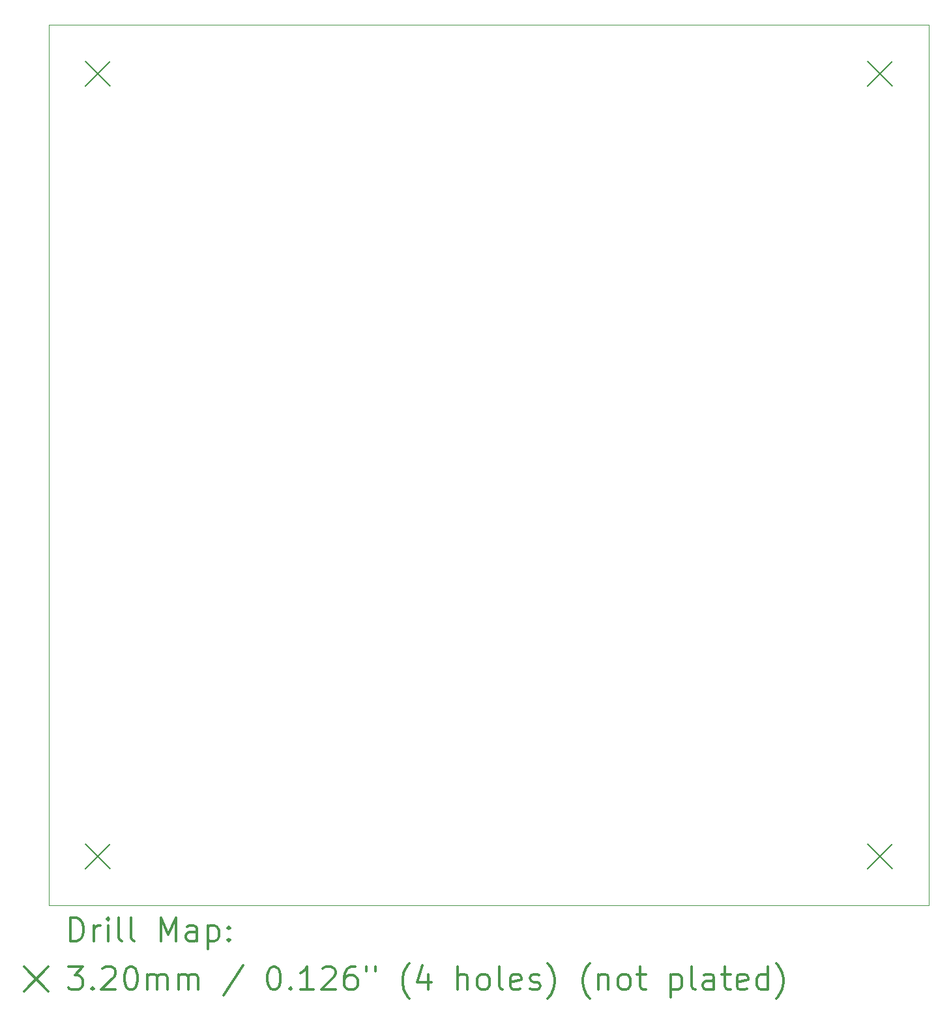
<source format=gbr>
%FSLAX45Y45*%
G04 Gerber Fmt 4.5, Leading zero omitted, Abs format (unit mm)*
G04 Created by KiCad (PCBNEW (5.1.9)-1) date 2022-03-02 13:12:03*
%MOMM*%
%LPD*%
G01*
G04 APERTURE LIST*
%TA.AperFunction,Profile*%
%ADD10C,0.050000*%
%TD*%
%ADD11C,0.200000*%
%ADD12C,0.300000*%
G04 APERTURE END LIST*
D10*
X12636500Y-1206500D02*
X1206500Y-1206500D01*
X12636500Y-12636500D02*
X12636500Y-1206500D01*
X1206500Y-1206500D02*
X1206500Y-12636500D01*
X12636500Y-12636500D02*
X1206500Y-12636500D01*
D11*
X1681500Y-1681500D02*
X2001500Y-2001500D01*
X2001500Y-1681500D02*
X1681500Y-2001500D01*
X1681500Y-11841500D02*
X2001500Y-12161500D01*
X2001500Y-11841500D02*
X1681500Y-12161500D01*
X11841500Y-1681500D02*
X12161500Y-2001500D01*
X12161500Y-1681500D02*
X11841500Y-2001500D01*
X11841500Y-11841500D02*
X12161500Y-12161500D01*
X12161500Y-11841500D02*
X11841500Y-12161500D01*
D12*
X1490428Y-13104714D02*
X1490428Y-12804714D01*
X1561857Y-12804714D01*
X1604714Y-12819000D01*
X1633286Y-12847571D01*
X1647571Y-12876143D01*
X1661857Y-12933286D01*
X1661857Y-12976143D01*
X1647571Y-13033286D01*
X1633286Y-13061857D01*
X1604714Y-13090429D01*
X1561857Y-13104714D01*
X1490428Y-13104714D01*
X1790428Y-13104714D02*
X1790428Y-12904714D01*
X1790428Y-12961857D02*
X1804714Y-12933286D01*
X1819000Y-12919000D01*
X1847571Y-12904714D01*
X1876143Y-12904714D01*
X1976143Y-13104714D02*
X1976143Y-12904714D01*
X1976143Y-12804714D02*
X1961857Y-12819000D01*
X1976143Y-12833286D01*
X1990428Y-12819000D01*
X1976143Y-12804714D01*
X1976143Y-12833286D01*
X2161857Y-13104714D02*
X2133286Y-13090429D01*
X2119000Y-13061857D01*
X2119000Y-12804714D01*
X2319000Y-13104714D02*
X2290428Y-13090429D01*
X2276143Y-13061857D01*
X2276143Y-12804714D01*
X2661857Y-13104714D02*
X2661857Y-12804714D01*
X2761857Y-13019000D01*
X2861857Y-12804714D01*
X2861857Y-13104714D01*
X3133286Y-13104714D02*
X3133286Y-12947571D01*
X3119000Y-12919000D01*
X3090428Y-12904714D01*
X3033286Y-12904714D01*
X3004714Y-12919000D01*
X3133286Y-13090429D02*
X3104714Y-13104714D01*
X3033286Y-13104714D01*
X3004714Y-13090429D01*
X2990428Y-13061857D01*
X2990428Y-13033286D01*
X3004714Y-13004714D01*
X3033286Y-12990429D01*
X3104714Y-12990429D01*
X3133286Y-12976143D01*
X3276143Y-12904714D02*
X3276143Y-13204714D01*
X3276143Y-12919000D02*
X3304714Y-12904714D01*
X3361857Y-12904714D01*
X3390428Y-12919000D01*
X3404714Y-12933286D01*
X3419000Y-12961857D01*
X3419000Y-13047571D01*
X3404714Y-13076143D01*
X3390428Y-13090429D01*
X3361857Y-13104714D01*
X3304714Y-13104714D01*
X3276143Y-13090429D01*
X3547571Y-13076143D02*
X3561857Y-13090429D01*
X3547571Y-13104714D01*
X3533286Y-13090429D01*
X3547571Y-13076143D01*
X3547571Y-13104714D01*
X3547571Y-12919000D02*
X3561857Y-12933286D01*
X3547571Y-12947571D01*
X3533286Y-12933286D01*
X3547571Y-12919000D01*
X3547571Y-12947571D01*
X884000Y-13439000D02*
X1204000Y-13759000D01*
X1204000Y-13439000D02*
X884000Y-13759000D01*
X1461857Y-13434714D02*
X1647571Y-13434714D01*
X1547571Y-13549000D01*
X1590428Y-13549000D01*
X1619000Y-13563286D01*
X1633286Y-13577571D01*
X1647571Y-13606143D01*
X1647571Y-13677571D01*
X1633286Y-13706143D01*
X1619000Y-13720429D01*
X1590428Y-13734714D01*
X1504714Y-13734714D01*
X1476143Y-13720429D01*
X1461857Y-13706143D01*
X1776143Y-13706143D02*
X1790428Y-13720429D01*
X1776143Y-13734714D01*
X1761857Y-13720429D01*
X1776143Y-13706143D01*
X1776143Y-13734714D01*
X1904714Y-13463286D02*
X1919000Y-13449000D01*
X1947571Y-13434714D01*
X2019000Y-13434714D01*
X2047571Y-13449000D01*
X2061857Y-13463286D01*
X2076143Y-13491857D01*
X2076143Y-13520429D01*
X2061857Y-13563286D01*
X1890428Y-13734714D01*
X2076143Y-13734714D01*
X2261857Y-13434714D02*
X2290428Y-13434714D01*
X2319000Y-13449000D01*
X2333286Y-13463286D01*
X2347571Y-13491857D01*
X2361857Y-13549000D01*
X2361857Y-13620429D01*
X2347571Y-13677571D01*
X2333286Y-13706143D01*
X2319000Y-13720429D01*
X2290428Y-13734714D01*
X2261857Y-13734714D01*
X2233286Y-13720429D01*
X2219000Y-13706143D01*
X2204714Y-13677571D01*
X2190428Y-13620429D01*
X2190428Y-13549000D01*
X2204714Y-13491857D01*
X2219000Y-13463286D01*
X2233286Y-13449000D01*
X2261857Y-13434714D01*
X2490428Y-13734714D02*
X2490428Y-13534714D01*
X2490428Y-13563286D02*
X2504714Y-13549000D01*
X2533286Y-13534714D01*
X2576143Y-13534714D01*
X2604714Y-13549000D01*
X2619000Y-13577571D01*
X2619000Y-13734714D01*
X2619000Y-13577571D02*
X2633286Y-13549000D01*
X2661857Y-13534714D01*
X2704714Y-13534714D01*
X2733286Y-13549000D01*
X2747571Y-13577571D01*
X2747571Y-13734714D01*
X2890428Y-13734714D02*
X2890428Y-13534714D01*
X2890428Y-13563286D02*
X2904714Y-13549000D01*
X2933286Y-13534714D01*
X2976143Y-13534714D01*
X3004714Y-13549000D01*
X3019000Y-13577571D01*
X3019000Y-13734714D01*
X3019000Y-13577571D02*
X3033286Y-13549000D01*
X3061857Y-13534714D01*
X3104714Y-13534714D01*
X3133286Y-13549000D01*
X3147571Y-13577571D01*
X3147571Y-13734714D01*
X3733286Y-13420429D02*
X3476143Y-13806143D01*
X4119000Y-13434714D02*
X4147571Y-13434714D01*
X4176143Y-13449000D01*
X4190428Y-13463286D01*
X4204714Y-13491857D01*
X4219000Y-13549000D01*
X4219000Y-13620429D01*
X4204714Y-13677571D01*
X4190428Y-13706143D01*
X4176143Y-13720429D01*
X4147571Y-13734714D01*
X4119000Y-13734714D01*
X4090428Y-13720429D01*
X4076143Y-13706143D01*
X4061857Y-13677571D01*
X4047571Y-13620429D01*
X4047571Y-13549000D01*
X4061857Y-13491857D01*
X4076143Y-13463286D01*
X4090428Y-13449000D01*
X4119000Y-13434714D01*
X4347571Y-13706143D02*
X4361857Y-13720429D01*
X4347571Y-13734714D01*
X4333286Y-13720429D01*
X4347571Y-13706143D01*
X4347571Y-13734714D01*
X4647571Y-13734714D02*
X4476143Y-13734714D01*
X4561857Y-13734714D02*
X4561857Y-13434714D01*
X4533286Y-13477571D01*
X4504714Y-13506143D01*
X4476143Y-13520429D01*
X4761857Y-13463286D02*
X4776143Y-13449000D01*
X4804714Y-13434714D01*
X4876143Y-13434714D01*
X4904714Y-13449000D01*
X4919000Y-13463286D01*
X4933286Y-13491857D01*
X4933286Y-13520429D01*
X4919000Y-13563286D01*
X4747571Y-13734714D01*
X4933286Y-13734714D01*
X5190428Y-13434714D02*
X5133286Y-13434714D01*
X5104714Y-13449000D01*
X5090428Y-13463286D01*
X5061857Y-13506143D01*
X5047571Y-13563286D01*
X5047571Y-13677571D01*
X5061857Y-13706143D01*
X5076143Y-13720429D01*
X5104714Y-13734714D01*
X5161857Y-13734714D01*
X5190428Y-13720429D01*
X5204714Y-13706143D01*
X5219000Y-13677571D01*
X5219000Y-13606143D01*
X5204714Y-13577571D01*
X5190428Y-13563286D01*
X5161857Y-13549000D01*
X5104714Y-13549000D01*
X5076143Y-13563286D01*
X5061857Y-13577571D01*
X5047571Y-13606143D01*
X5333286Y-13434714D02*
X5333286Y-13491857D01*
X5447571Y-13434714D02*
X5447571Y-13491857D01*
X5890428Y-13849000D02*
X5876143Y-13834714D01*
X5847571Y-13791857D01*
X5833286Y-13763286D01*
X5819000Y-13720429D01*
X5804714Y-13649000D01*
X5804714Y-13591857D01*
X5819000Y-13520429D01*
X5833286Y-13477571D01*
X5847571Y-13449000D01*
X5876143Y-13406143D01*
X5890428Y-13391857D01*
X6133286Y-13534714D02*
X6133286Y-13734714D01*
X6061857Y-13420429D02*
X5990428Y-13634714D01*
X6176143Y-13634714D01*
X6519000Y-13734714D02*
X6519000Y-13434714D01*
X6647571Y-13734714D02*
X6647571Y-13577571D01*
X6633286Y-13549000D01*
X6604714Y-13534714D01*
X6561857Y-13534714D01*
X6533286Y-13549000D01*
X6519000Y-13563286D01*
X6833286Y-13734714D02*
X6804714Y-13720429D01*
X6790428Y-13706143D01*
X6776143Y-13677571D01*
X6776143Y-13591857D01*
X6790428Y-13563286D01*
X6804714Y-13549000D01*
X6833286Y-13534714D01*
X6876143Y-13534714D01*
X6904714Y-13549000D01*
X6919000Y-13563286D01*
X6933286Y-13591857D01*
X6933286Y-13677571D01*
X6919000Y-13706143D01*
X6904714Y-13720429D01*
X6876143Y-13734714D01*
X6833286Y-13734714D01*
X7104714Y-13734714D02*
X7076143Y-13720429D01*
X7061857Y-13691857D01*
X7061857Y-13434714D01*
X7333286Y-13720429D02*
X7304714Y-13734714D01*
X7247571Y-13734714D01*
X7219000Y-13720429D01*
X7204714Y-13691857D01*
X7204714Y-13577571D01*
X7219000Y-13549000D01*
X7247571Y-13534714D01*
X7304714Y-13534714D01*
X7333286Y-13549000D01*
X7347571Y-13577571D01*
X7347571Y-13606143D01*
X7204714Y-13634714D01*
X7461857Y-13720429D02*
X7490428Y-13734714D01*
X7547571Y-13734714D01*
X7576143Y-13720429D01*
X7590428Y-13691857D01*
X7590428Y-13677571D01*
X7576143Y-13649000D01*
X7547571Y-13634714D01*
X7504714Y-13634714D01*
X7476143Y-13620429D01*
X7461857Y-13591857D01*
X7461857Y-13577571D01*
X7476143Y-13549000D01*
X7504714Y-13534714D01*
X7547571Y-13534714D01*
X7576143Y-13549000D01*
X7690428Y-13849000D02*
X7704714Y-13834714D01*
X7733286Y-13791857D01*
X7747571Y-13763286D01*
X7761857Y-13720429D01*
X7776143Y-13649000D01*
X7776143Y-13591857D01*
X7761857Y-13520429D01*
X7747571Y-13477571D01*
X7733286Y-13449000D01*
X7704714Y-13406143D01*
X7690428Y-13391857D01*
X8233286Y-13849000D02*
X8219000Y-13834714D01*
X8190428Y-13791857D01*
X8176143Y-13763286D01*
X8161857Y-13720429D01*
X8147571Y-13649000D01*
X8147571Y-13591857D01*
X8161857Y-13520429D01*
X8176143Y-13477571D01*
X8190428Y-13449000D01*
X8219000Y-13406143D01*
X8233286Y-13391857D01*
X8347571Y-13534714D02*
X8347571Y-13734714D01*
X8347571Y-13563286D02*
X8361857Y-13549000D01*
X8390428Y-13534714D01*
X8433286Y-13534714D01*
X8461857Y-13549000D01*
X8476143Y-13577571D01*
X8476143Y-13734714D01*
X8661857Y-13734714D02*
X8633286Y-13720429D01*
X8619000Y-13706143D01*
X8604714Y-13677571D01*
X8604714Y-13591857D01*
X8619000Y-13563286D01*
X8633286Y-13549000D01*
X8661857Y-13534714D01*
X8704714Y-13534714D01*
X8733286Y-13549000D01*
X8747571Y-13563286D01*
X8761857Y-13591857D01*
X8761857Y-13677571D01*
X8747571Y-13706143D01*
X8733286Y-13720429D01*
X8704714Y-13734714D01*
X8661857Y-13734714D01*
X8847571Y-13534714D02*
X8961857Y-13534714D01*
X8890428Y-13434714D02*
X8890428Y-13691857D01*
X8904714Y-13720429D01*
X8933286Y-13734714D01*
X8961857Y-13734714D01*
X9290428Y-13534714D02*
X9290428Y-13834714D01*
X9290428Y-13549000D02*
X9319000Y-13534714D01*
X9376143Y-13534714D01*
X9404714Y-13549000D01*
X9419000Y-13563286D01*
X9433286Y-13591857D01*
X9433286Y-13677571D01*
X9419000Y-13706143D01*
X9404714Y-13720429D01*
X9376143Y-13734714D01*
X9319000Y-13734714D01*
X9290428Y-13720429D01*
X9604714Y-13734714D02*
X9576143Y-13720429D01*
X9561857Y-13691857D01*
X9561857Y-13434714D01*
X9847571Y-13734714D02*
X9847571Y-13577571D01*
X9833286Y-13549000D01*
X9804714Y-13534714D01*
X9747571Y-13534714D01*
X9719000Y-13549000D01*
X9847571Y-13720429D02*
X9819000Y-13734714D01*
X9747571Y-13734714D01*
X9719000Y-13720429D01*
X9704714Y-13691857D01*
X9704714Y-13663286D01*
X9719000Y-13634714D01*
X9747571Y-13620429D01*
X9819000Y-13620429D01*
X9847571Y-13606143D01*
X9947571Y-13534714D02*
X10061857Y-13534714D01*
X9990428Y-13434714D02*
X9990428Y-13691857D01*
X10004714Y-13720429D01*
X10033286Y-13734714D01*
X10061857Y-13734714D01*
X10276143Y-13720429D02*
X10247571Y-13734714D01*
X10190428Y-13734714D01*
X10161857Y-13720429D01*
X10147571Y-13691857D01*
X10147571Y-13577571D01*
X10161857Y-13549000D01*
X10190428Y-13534714D01*
X10247571Y-13534714D01*
X10276143Y-13549000D01*
X10290428Y-13577571D01*
X10290428Y-13606143D01*
X10147571Y-13634714D01*
X10547571Y-13734714D02*
X10547571Y-13434714D01*
X10547571Y-13720429D02*
X10519000Y-13734714D01*
X10461857Y-13734714D01*
X10433286Y-13720429D01*
X10419000Y-13706143D01*
X10404714Y-13677571D01*
X10404714Y-13591857D01*
X10419000Y-13563286D01*
X10433286Y-13549000D01*
X10461857Y-13534714D01*
X10519000Y-13534714D01*
X10547571Y-13549000D01*
X10661857Y-13849000D02*
X10676143Y-13834714D01*
X10704714Y-13791857D01*
X10719000Y-13763286D01*
X10733286Y-13720429D01*
X10747571Y-13649000D01*
X10747571Y-13591857D01*
X10733286Y-13520429D01*
X10719000Y-13477571D01*
X10704714Y-13449000D01*
X10676143Y-13406143D01*
X10661857Y-13391857D01*
M02*

</source>
